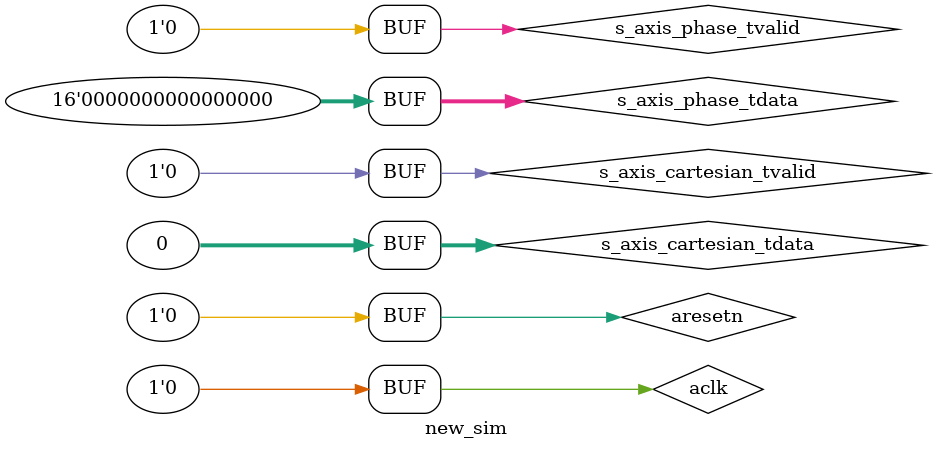
<source format=v>
`timescale 1ns / 1ps


module new_sim(

    );


reg aclk=0;
reg aresetn=1;
reg s_axis_phase_tvalid=0;
wire s_axis_phase_tready;
reg [15:0]s_axis_phase_tdata=0;
reg s_axis_cartesian_tvalid=0;
wire s_axis_cartesian_tready;
reg [31:0]s_axis_cartesian_tdata=0;
wire m_axis_dout_tvalid;
wire [31:0]m_axis_dout_tdata;


always 
begin
    aclk = 1'b1; 
    #5; // high for 20 * timescale = 20 ns

    aclk = 1'b0;
    #5; // low for 20 * timescale = 20 ns
end

top uut1(
.aclk(aclk),.s_axis_phase_tvalid(s_axis_phase_tvalid),.s_axis_phase_tready(s_axis_phase_tready),
.s_axis_phase_tdata(s_axis_phase_tdata),.s_axis_cartesian_tvalid(s_axis_cartesian_tvalid),
.s_axis_cartesian_tready(s_axis_cartesian_tready),.s_axis_cartesian_tdata(s_axis_cartesian_tdata),
.m_axis_dout_tvalid(m_axis_dout_tvalid),.m_axis_dout_tdata(m_axis_dout_tdata)
);

initial begin
s_axis_phase_tvalid = 0;
s_axis_phase_tdata = 0;
s_axis_cartesian_tvalid = 0;
s_axis_cartesian_tdata = 0;
aresetn = 1;

#20;

aresetn = 0;
#10;

s_axis_cartesian_tvalid = 1;
s_axis_cartesian_tdata = 32'b000000_0001000000_000000_0010110101; //Yin = 0.25 // Xin = 0.707 
s_axis_phase_tvalid = 1;
s_axis_phase_tdata = 16'b000000_110_0110111; // -Pi/2

#10;
s_axis_phase_tvalid = 0;
s_axis_phase_tdata = 16'b000000_000_0000000; 
#10;
s_axis_phase_tvalid = 1;
s_axis_phase_tdata = 16'b000000_000_1000011; //30

#10;
s_axis_phase_tvalid = 0;
s_axis_phase_tdata = 16'b000000_000_0000000; 
#10;
s_axis_phase_tvalid = 1;
s_axis_phase_tdata = 16'b000000_000_1100100; //45

#10;
s_axis_phase_tvalid = 0;
s_axis_phase_tdata = 16'b000000_000_0000000; 
#10;
s_axis_phase_tvalid = 1;
s_axis_phase_tdata = 16'b000000_001_0000110; //60


#10;
s_axis_phase_tvalid = 0;
s_axis_phase_tdata = 16'b000000_000_0000000; 
#10;
s_axis_phase_tvalid = 1;
s_axis_phase_tdata = 16'b000000_001_1001001; //90

#10;
s_axis_phase_tvalid = 0;
s_axis_phase_tdata = 16'b000000_000_0000000; 
#10;
s_axis_phase_tvalid = 1;
s_axis_phase_tdata = 16'b000000_011_0010000; //180

#10;
s_axis_phase_tvalid = 0;
s_axis_phase_tdata = 16'b000000_000_0000000; 
#10;
s_axis_phase_tvalid = 1;
s_axis_phase_tdata = 16'b000000_010_0001100; //120 //2.0944


#100;
s_axis_cartesian_tvalid = 0;
s_axis_cartesian_tdata = 32'b000000_0000000000_000000_0000000000;
s_axis_phase_tvalid = 0;
s_axis_phase_tdata = 16'b000000_0000000000;

#100;

end

endmodule

</source>
